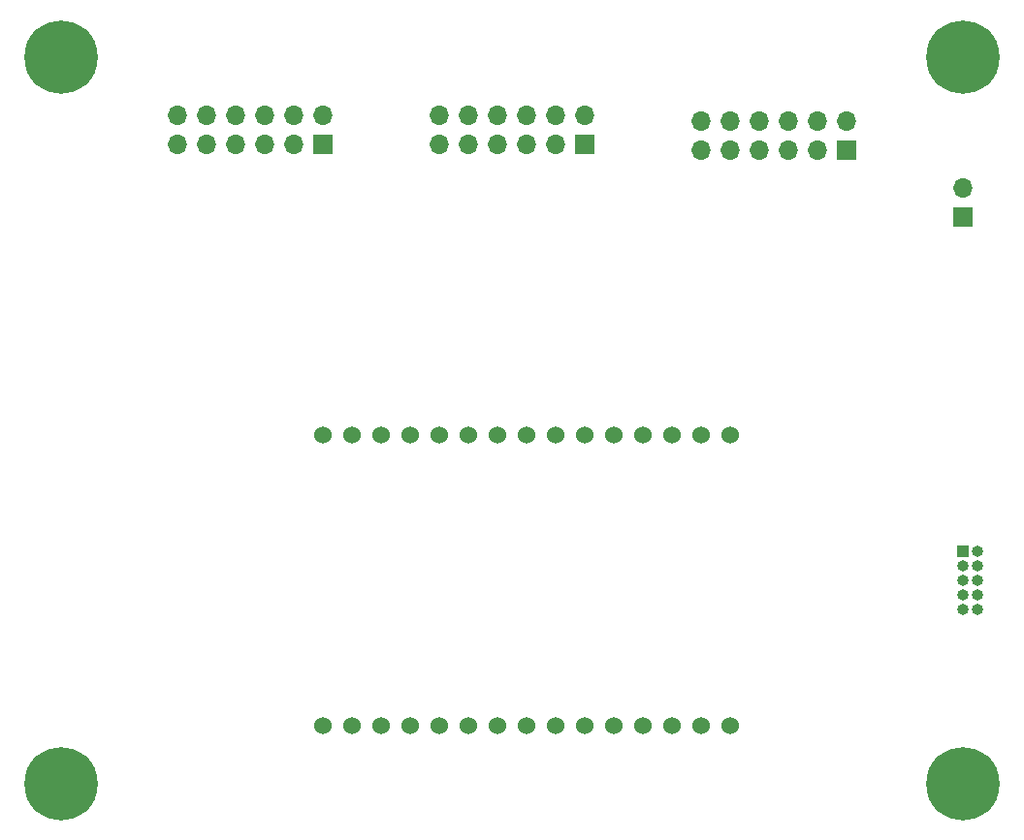
<source format=gbr>
%TF.GenerationSoftware,KiCad,Pcbnew,(6.0.10)*%
%TF.CreationDate,2023-01-05T13:55:29+01:00*%
%TF.ProjectId,pmod_esp32_baseboard,706d6f64-5f65-4737-9033-325f62617365,rev?*%
%TF.SameCoordinates,Original*%
%TF.FileFunction,Soldermask,Bot*%
%TF.FilePolarity,Negative*%
%FSLAX46Y46*%
G04 Gerber Fmt 4.6, Leading zero omitted, Abs format (unit mm)*
G04 Created by KiCad (PCBNEW (6.0.10)) date 2023-01-05 13:55:29*
%MOMM*%
%LPD*%
G01*
G04 APERTURE LIST*
%ADD10R,1.700000X1.700000*%
%ADD11O,1.700000X1.700000*%
%ADD12C,0.800000*%
%ADD13C,6.400000*%
%ADD14R,1.000000X1.000000*%
%ADD15O,1.000000X1.000000*%
%ADD16C,1.524000*%
G04 APERTURE END LIST*
D10*
%TO.C,PMOD2*%
X73660000Y-30480000D03*
D11*
X73660000Y-27940000D03*
X71120000Y-30480000D03*
X71120000Y-27940000D03*
X68580000Y-30480000D03*
X68580000Y-27940000D03*
X66040000Y-30480000D03*
X66040000Y-27940000D03*
X63500000Y-30480000D03*
X63500000Y-27940000D03*
X60960000Y-30480000D03*
X60960000Y-27940000D03*
%TD*%
D10*
%TO.C,PMOD3*%
X96520000Y-30480000D03*
D11*
X96520000Y-27940000D03*
X93980000Y-30480000D03*
X93980000Y-27940000D03*
X91440000Y-30480000D03*
X91440000Y-27940000D03*
X88900000Y-30480000D03*
X88900000Y-27940000D03*
X86360000Y-30480000D03*
X86360000Y-27940000D03*
X83820000Y-30480000D03*
X83820000Y-27940000D03*
%TD*%
D10*
%TO.C,PMOD1*%
X119380000Y-31025000D03*
D11*
X119380000Y-28485000D03*
X116840000Y-31025000D03*
X116840000Y-28485000D03*
X114300000Y-31025000D03*
X114300000Y-28485000D03*
X111760000Y-31025000D03*
X111760000Y-28485000D03*
X109220000Y-31025000D03*
X109220000Y-28485000D03*
X106680000Y-31025000D03*
X106680000Y-28485000D03*
%TD*%
D12*
%TO.C,H3*%
X49102944Y-88057056D03*
X52497056Y-84662944D03*
X52497056Y-88057056D03*
D13*
X50800000Y-86360000D03*
D12*
X49102944Y-84662944D03*
X50800000Y-88760000D03*
X50800000Y-83960000D03*
X53200000Y-86360000D03*
X48400000Y-86360000D03*
%TD*%
%TO.C,H1*%
X49102944Y-24557056D03*
X52497056Y-21162944D03*
X52497056Y-24557056D03*
X53200000Y-22860000D03*
X48400000Y-22860000D03*
D13*
X50800000Y-22860000D03*
D12*
X49102944Y-21162944D03*
X50800000Y-25260000D03*
X50800000Y-20460000D03*
%TD*%
D10*
%TO.C,J1*%
X129540000Y-36830000D03*
D11*
X129540000Y-34290000D03*
%TD*%
D12*
%TO.C,H4*%
X131237056Y-84662944D03*
X127842944Y-88057056D03*
X131940000Y-86360000D03*
X127842944Y-84662944D03*
X131237056Y-88057056D03*
X127140000Y-86360000D03*
X129540000Y-88760000D03*
D13*
X129540000Y-86360000D03*
D12*
X129540000Y-83960000D03*
%TD*%
D14*
%TO.C,J2*%
X129540000Y-66040000D03*
D15*
X130810000Y-66040000D03*
X129540000Y-67310000D03*
X130810000Y-67310000D03*
X129540000Y-68580000D03*
X130810000Y-68580000D03*
X129540000Y-69850000D03*
X130810000Y-69850000D03*
X129540000Y-71120000D03*
X130810000Y-71120000D03*
%TD*%
D12*
%TO.C,H2*%
X131237056Y-21162944D03*
X127842944Y-24557056D03*
X127842944Y-21162944D03*
X129540000Y-25260000D03*
X131237056Y-24557056D03*
X129540000Y-20460000D03*
X127140000Y-22860000D03*
D13*
X129540000Y-22860000D03*
D12*
X131940000Y-22860000D03*
%TD*%
D16*
%TO.C,U1*%
X73660000Y-55880000D03*
X76200000Y-55880000D03*
X78740000Y-55880000D03*
X81280000Y-55880000D03*
X83820000Y-55880000D03*
X86360000Y-55880000D03*
X88900000Y-55880000D03*
X91440000Y-55880000D03*
X93980000Y-55880000D03*
X96520000Y-55880000D03*
X99060000Y-55880000D03*
X101600000Y-55880000D03*
X104140000Y-55880000D03*
X106680000Y-55880000D03*
X109220000Y-55880000D03*
X109220000Y-81280000D03*
X106680000Y-81280000D03*
X104140000Y-81280000D03*
X101600000Y-81280000D03*
X99060000Y-81280000D03*
X96520000Y-81280000D03*
X93980000Y-81280000D03*
X91440000Y-81280000D03*
X88900000Y-81280000D03*
X86360000Y-81280000D03*
X83820000Y-81280000D03*
X81280000Y-81280000D03*
X78740000Y-81280000D03*
X76200000Y-81280000D03*
X73660000Y-81280000D03*
%TD*%
M02*

</source>
